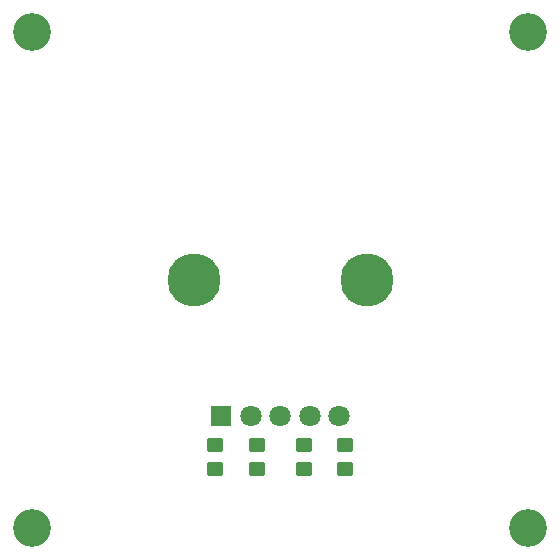
<source format=gbr>
%TF.GenerationSoftware,KiCad,Pcbnew,7.0.7*%
%TF.CreationDate,2024-01-26T16:40:15-05:00*%
%TF.ProjectId,midi-controller_encoder,6d696469-2d63-46f6-9e74-726f6c6c6572,rev?*%
%TF.SameCoordinates,Original*%
%TF.FileFunction,Soldermask,Top*%
%TF.FilePolarity,Negative*%
%FSLAX46Y46*%
G04 Gerber Fmt 4.6, Leading zero omitted, Abs format (unit mm)*
G04 Created by KiCad (PCBNEW 7.0.7) date 2024-01-26 16:40:15*
%MOMM*%
%LPD*%
G01*
G04 APERTURE LIST*
G04 Aperture macros list*
%AMRoundRect*
0 Rectangle with rounded corners*
0 $1 Rounding radius*
0 $2 $3 $4 $5 $6 $7 $8 $9 X,Y pos of 4 corners*
0 Add a 4 corners polygon primitive as box body*
4,1,4,$2,$3,$4,$5,$6,$7,$8,$9,$2,$3,0*
0 Add four circle primitives for the rounded corners*
1,1,$1+$1,$2,$3*
1,1,$1+$1,$4,$5*
1,1,$1+$1,$6,$7*
1,1,$1+$1,$8,$9*
0 Add four rect primitives between the rounded corners*
20,1,$1+$1,$2,$3,$4,$5,0*
20,1,$1+$1,$4,$5,$6,$7,0*
20,1,$1+$1,$6,$7,$8,$9,0*
20,1,$1+$1,$8,$9,$2,$3,0*%
G04 Aperture macros list end*
%ADD10C,3.200000*%
%ADD11R,1.800000X1.800000*%
%ADD12C,1.800000*%
%ADD13C,4.500000*%
%ADD14RoundRect,0.250000X0.450000X-0.350000X0.450000X0.350000X-0.450000X0.350000X-0.450000X-0.350000X0*%
G04 APERTURE END LIST*
D10*
%TO.C,H4*%
X162000000Y-114100000D03*
%TD*%
D11*
%TO.C,SW1*%
X136000000Y-104600000D03*
D12*
X138500000Y-104600000D03*
X141000000Y-104600000D03*
X143500000Y-104600000D03*
X146000000Y-104600000D03*
D13*
X133700000Y-93100000D03*
X148300000Y-93100000D03*
%TD*%
D14*
%TO.C,R2*%
X139000000Y-109100000D03*
X139000000Y-107100000D03*
%TD*%
%TO.C,R4*%
X146500000Y-109100000D03*
X146500000Y-107100000D03*
%TD*%
%TO.C,R1*%
X135500000Y-109100000D03*
X135500000Y-107100000D03*
%TD*%
D10*
%TO.C,H2*%
X162000000Y-72100000D03*
%TD*%
D14*
%TO.C,R3*%
X143000000Y-109100000D03*
X143000000Y-107100000D03*
%TD*%
D10*
%TO.C,H3*%
X120000000Y-114100000D03*
%TD*%
%TO.C,H1*%
X120000000Y-72100000D03*
%TD*%
M02*

</source>
